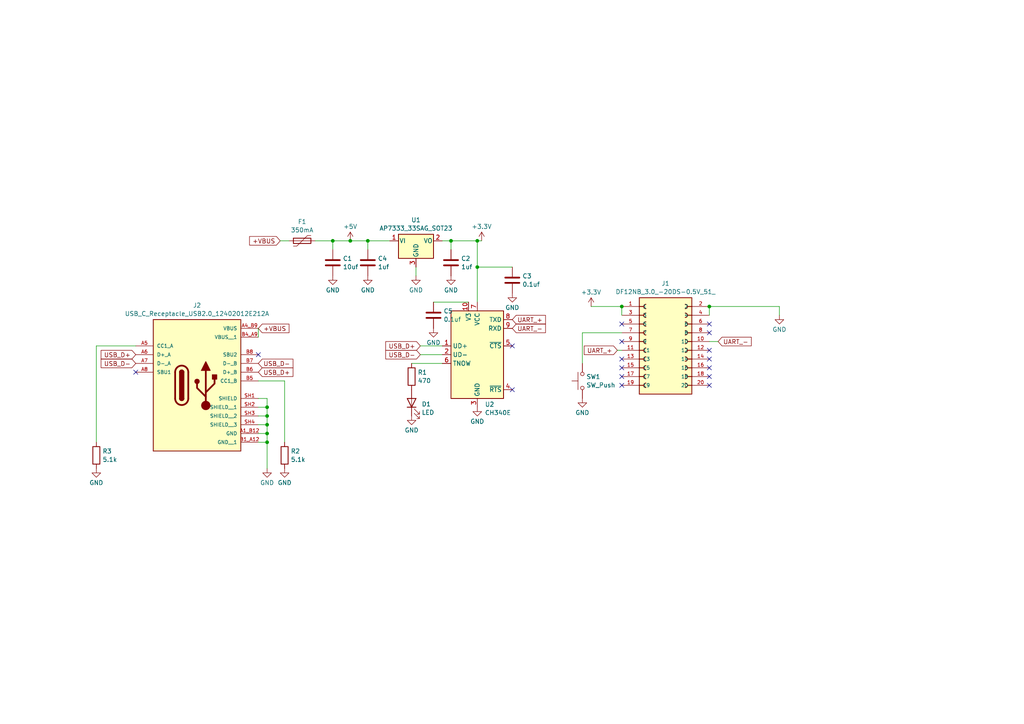
<source format=kicad_sch>
(kicad_sch (version 20230121) (generator eeschema)
  (paper "A4")
  (lib_symbols
    (symbol "Connector:USB_C_Receptacle_USB2.0_12402012E212A" (pin_names (offset 1.016))
      (property "Reference" "J" (at -12.7 13.462 0))
      (property "Value" "USB_C_Receptacle_USB2.0_12402012E212A" (at -12.7 -26.162 0))
      (symbol "USB_C_Receptacle_USB2.0_12402012E212A_0_0"
        (rectangle (start -12.7 -25.4) (end 12.7 12.7) (stroke (width 0.254)) (fill (type background)))
        (pin power_in line (at 17.78 -20.32 180) (length 5.08) (name "GND") (number "A1_B12"))
        (pin power_in line (at 17.78 10.16 180) (length 5.08) (name "VBUS") (number "A4_B9"))
        (pin bidirectional line (at -17.78 5.08 0) (length 5.08) (name "CC1_A") (number "A5"))
        (pin bidirectional line (at -17.78 2.54 0) (length 5.08) (name "D+_A") (number "A6"))
        (pin bidirectional line (at -17.78 0 0) (length 5.08) (name "D-_A") (number "A7"))
        (pin bidirectional line (at -17.78 -2.54 0) (length 5.08) (name "SBU1") (number "A8"))
        (pin power_in line (at 17.78 -22.86 180) (length 5.08) (name "GND__1") (number "B1_A12"))
        (pin power_in line (at 17.78 7.62 180) (length 5.08) (name "VBUS__1") (number "B4_A9"))
        (pin bidirectional line (at 17.78 -5.08 180) (length 5.08) (name "CC1_B") (number "B5"))
        (pin bidirectional line (at 17.78 -2.54 180) (length 5.08) (name "D+_B") (number "B6"))
        (pin bidirectional line (at 17.78 0 180) (length 5.08) (name "D-_B") (number "B7"))
        (pin bidirectional line (at 17.78 2.54 180) (length 5.08) (name "SBU2") (number "B8"))
        (pin passive line (at 17.78 -10.16 180) (length 5.08) (name "SHIELD") (number "SH1"))
        (pin passive line (at 17.78 -12.7 180) (length 5.08) (name "SHIELD__1") (number "SH2"))
        (pin passive line (at 17.78 -15.24 180) (length 5.08) (name "SHIELD__2") (number "SH3"))
        (pin passive line (at 17.78 -17.78 180) (length 5.08) (name "SHIELD__3") (number "SH4"))
      )
      (symbol "USB_C_Receptacle_USB2.0_12402012E212A_0_1"
        (arc (start -6.35 -10.16) (mid -4.445 -12.0567) (end -2.54 -10.16) (stroke (width 0.508)))
        (arc (start -5.08 -10.16) (mid -4.445 -10.7923) (end -3.81 -10.16) (stroke (width 0.254)))
        (arc (start -5.08 -10.16) (mid -4.445 -10.7923) (end -3.81 -10.16) (stroke (width 0.254)) (fill (type outline)))
        (rectangle (start -5.08 -10.16) (end -3.81 -2.54) (stroke (width 0.254)) (fill (type outline)))
        (arc (start -3.81 -2.54) (mid -4.445 -1.9077) (end -5.08 -2.54) (stroke (width 0.254)))
        (arc (start -3.81 -2.54) (mid -4.445 -1.9077) (end -5.08 -2.54) (stroke (width 0.254)) (fill (type outline)))
        (arc (start -2.54 -2.54) (mid -4.445 -0.6433) (end -6.35 -2.54) (stroke (width 0.508)))
        (circle (center 0 -5.207) (radius 0.635) (stroke (width 0.254)) (fill (type outline)))
        (polyline (pts (xy -6.35 -10.16) (xy -6.35 -2.54)) (stroke (width 0.508)))
        (polyline (pts (xy -2.54 -2.54) (xy -2.54 -10.16)) (stroke (width 0.508)))
        (polyline (pts (xy 2.54 -12.192) (xy 2.54 -2.032)) (stroke (width 0.508)))
        (polyline (pts (xy 2.54 -9.652) (xy 0 -7.112) (xy 0 -5.842)) (stroke (width 0.508)))
        (polyline (pts (xy 2.54 -8.382) (xy 5.08 -5.842) (xy 5.08 -4.572)) (stroke (width 0.508)))
        (polyline (pts (xy 1.27 -2.032) (xy 2.54 0.508) (xy 3.81 -2.032) (xy 1.27 -2.032)) (stroke (width 0.254)) (fill (type outline)))
        (circle (center 2.54 -12.192) (radius 1.27) (fill (type outline)))
        (rectangle (start 4.445 -4.572) (end 5.715 -3.302) (stroke (width 0.254)) (fill (type outline)))
      )
    )
    (symbol "DF12NC_3.0_-20DS-0.5V_51_:DF12NB_3.0_-20DS-0.5V_51_" (pin_names (offset 1.016))
      (property "Reference" "J" (at -8.12 15.24 0))
      (property "Value" "DF12NB_3.0_-20DS-0.5V_51_" (at -7.62 -15.24 0))
      (symbol "DF12NB_3.0_-20DS-0.5V_51__0_0"
        (rectangle (start -7.62 -12.7) (end 7.62 15.24) (stroke (width 0.254)) (fill (type background)))
        (arc (start -5.715 -9.525) (mid -6.3473 -10.16) (end -5.715 -10.795) (stroke (width 0.254)))
        (arc (start -5.715 -6.985) (mid -6.3473 -7.62) (end -5.715 -8.255) (stroke (width 0.254)))
        (arc (start -5.715 -4.445) (mid -6.3473 -5.08) (end -5.715 -5.715) (stroke (width 0.254)))
        (arc (start -5.715 -1.905) (mid -6.3473 -2.54) (end -5.715 -3.175) (stroke (width 0.254)))
        (arc (start -5.715 0.635) (mid -6.3473 0) (end -5.715 -0.635) (stroke (width 0.254)))
        (arc (start -5.715 3.175) (mid -6.3473 2.54) (end -5.715 1.905) (stroke (width 0.254)))
        (arc (start -5.715 5.715) (mid -6.3473 5.08) (end -5.715 4.445) (stroke (width 0.254)))
        (arc (start -5.715 8.255) (mid -6.3473 7.62) (end -5.715 6.985) (stroke (width 0.254)))
        (arc (start -5.715 10.795) (mid -6.3473 10.16) (end -5.715 9.525) (stroke (width 0.254)))
        (arc (start -5.715 13.335) (mid -6.3473 12.7) (end -5.715 12.065) (stroke (width 0.254)))
        (polyline (pts (xy -7.62 -10.16) (xy -6.35 -10.16)) (stroke (width 0.254)))
        (polyline (pts (xy -7.62 -7.62) (xy -6.35 -7.62)) (stroke (width 0.254)))
        (polyline (pts (xy -7.62 -5.08) (xy -6.35 -5.08)) (stroke (width 0.254)))
        (polyline (pts (xy -7.62 -2.54) (xy -6.35 -2.54)) (stroke (width 0.254)))
        (polyline (pts (xy -7.62 0) (xy -6.35 0)) (stroke (width 0.254)))
        (polyline (pts (xy -7.62 2.54) (xy -6.35 2.54)) (stroke (width 0.254)))
        (polyline (pts (xy -7.62 5.08) (xy -6.35 5.08)) (stroke (width 0.254)))
        (polyline (pts (xy -7.62 7.62) (xy -6.35 7.62)) (stroke (width 0.254)))
        (polyline (pts (xy -7.62 10.16) (xy -6.35 10.16)) (stroke (width 0.254)))
        (polyline (pts (xy -7.62 12.7) (xy -6.35 12.7)) (stroke (width 0.254)))
        (polyline (pts (xy 7.62 -10.16) (xy 6.35 -10.16)) (stroke (width 0.254)))
        (polyline (pts (xy 7.62 -7.62) (xy 6.35 -7.62)) (stroke (width 0.254)))
        (polyline (pts (xy 7.62 -5.08) (xy 6.35 -5.08)) (stroke (width 0.254)))
        (polyline (pts (xy 7.62 -2.54) (xy 6.35 -2.54)) (stroke (width 0.254)))
        (polyline (pts (xy 7.62 0) (xy 6.35 0)) (stroke (width 0.254)))
        (polyline (pts (xy 7.62 2.54) (xy 6.35 2.54)) (stroke (width 0.254)))
        (polyline (pts (xy 7.62 5.08) (xy 6.35 5.08)) (stroke (width 0.254)))
        (polyline (pts (xy 7.62 7.62) (xy 6.35 7.62)) (stroke (width 0.254)))
        (polyline (pts (xy 7.62 10.16) (xy 6.35 10.16)) (stroke (width 0.254)))
        (polyline (pts (xy 7.62 12.7) (xy 6.35 12.7)) (stroke (width 0.254)))
        (arc (start 5.715 -10.795) (mid 6.3473 -10.16) (end 5.715 -9.525) (stroke (width 0.254)))
        (arc (start 5.715 -8.255) (mid 6.3473 -7.62) (end 5.715 -6.985) (stroke (width 0.254)))
        (arc (start 5.715 -5.715) (mid 6.3473 -5.08) (end 5.715 -4.445) (stroke (width 0.254)))
        (arc (start 5.715 -3.175) (mid 6.3473 -2.54) (end 5.715 -1.905) (stroke (width 0.254)))
        (arc (start 5.715 -0.635) (mid 6.3473 0) (end 5.715 0.635) (stroke (width 0.254)))
        (arc (start 5.715 1.905) (mid 6.3473 2.54) (end 5.715 3.175) (stroke (width 0.254)))
        (arc (start 5.715 4.445) (mid 6.3473 5.08) (end 5.715 5.715) (stroke (width 0.254)))
        (arc (start 5.715 6.985) (mid 6.3473 7.62) (end 5.715 8.255) (stroke (width 0.254)))
        (arc (start 5.715 9.525) (mid 6.3473 10.16) (end 5.715 10.795) (stroke (width 0.254)))
        (arc (start 5.715 12.065) (mid 6.3473 12.7) (end 5.715 13.335) (stroke (width 0.254)))
        (pin passive line (at -12.7 12.7 0) (length 5.08) (name "1") (number "1"))
        (pin passive line (at 12.7 2.54 180) (length 5.08) (name "10") (number "10"))
        (pin passive line (at -12.7 0 0) (length 5.08) (name "11") (number "11"))
        (pin passive line (at 12.7 0 180) (length 5.08) (name "12") (number "12"))
        (pin passive line (at -12.7 -2.54 0) (length 5.08) (name "13") (number "13"))
        (pin passive line (at 12.7 -2.54 180) (length 5.08) (name "14") (number "14"))
        (pin passive line (at -12.7 -5.08 0) (length 5.08) (name "15") (number "15"))
        (pin passive line (at 12.7 -5.08 180) (length 5.08) (name "16") (number "16"))
        (pin passive line (at -12.7 -7.62 0) (length 5.08) (name "17") (number "17"))
        (pin passive line (at 12.7 -7.62 180) (length 5.08) (name "18") (number "18"))
        (pin passive line (at -12.7 -10.16 0) (length 5.08) (name "19") (number "19"))
        (pin passive line (at 12.7 12.7 180) (length 5.08) (name "2") (number "2"))
        (pin passive line (at 12.7 -10.16 180) (length 5.08) (name "20") (number "20"))
        (pin passive line (at -12.7 10.16 0) (length 5.08) (name "3") (number "3"))
        (pin passive line (at 12.7 10.16 180) (length 5.08) (name "4") (number "4"))
        (pin passive line (at -12.7 7.62 0) (length 5.08) (name "5") (number "5"))
        (pin passive line (at 12.7 7.62 180) (length 5.08) (name "6") (number "6"))
        (pin passive line (at -12.7 5.08 0) (length 5.08) (name "7") (number "7"))
        (pin passive line (at 12.7 5.08 180) (length 5.08) (name "8") (number "8"))
        (pin passive line (at -12.7 2.54 0) (length 5.08) (name "9") (number "9"))
      )
    )
    (symbol "Device:C" (pin_numbers hide) (pin_names (offset 0.254))
      (property "Reference" "C" (at 0.635 2.54 0))
      (property "Value" "C" (at 0.635 -2.54 0))
      (symbol "C_0_1"
        (polyline (pts (xy -2.032 -0.762) (xy 2.032 -0.762)) (stroke (width 0.508)))
        (polyline (pts (xy -2.032 0.762) (xy 2.032 0.762)) (stroke (width 0.508)))
      )
      (symbol "C_1_1"
        (pin passive line (at 0 3.81 270) (length 2.794) (name "~") (number "1"))
        (pin passive line (at 0 -3.81 90) (length 2.794) (name "~") (number "2"))
      )
    )
    (symbol "Device:LED" (pin_numbers hide) (pin_names (offset 1.016) hide)
      (property "Reference" "D" (at 0 2.54 0))
      (property "Value" "LED" (at 0 -2.54 0))
      (symbol "LED_0_1"
        (polyline (pts (xy -1.27 -1.27) (xy -1.27 1.27)) (stroke (width 0.254)))
        (polyline (pts (xy -1.27 0) (xy 1.27 0)))
        (polyline (pts (xy 1.27 -1.27) (xy 1.27 1.27) (xy -1.27 0) (xy 1.27 -1.27)) (stroke (width 0.254)))
        (polyline (pts (xy -3.048 -0.762) (xy -4.572 -2.286) (xy -3.81 -2.286) (xy -4.572 -2.286) (xy -4.572 -1.524)))
        (polyline (pts (xy -1.778 -0.762) (xy -3.302 -2.286) (xy -2.54 -2.286) (xy -3.302 -2.286) (xy -3.302 -1.524)))
      )
      (symbol "LED_1_1"
        (pin passive line (at -3.81 0 0) (length 2.54) (name "K") (number "1"))
        (pin passive line (at 3.81 0 180) (length 2.54) (name "A") (number "2"))
      )
    )
    (symbol "Device:Polyfuse" (pin_numbers hide) (pin_names (offset 0))
      (property "Reference" "F" (at -2.54 0 90))
      (property "Value" "Polyfuse" (at 2.54 0 90))
      (symbol "Polyfuse_0_1"
        (rectangle (start -0.762 2.54) (end 0.762 -2.54) (stroke (width 0.254)))
        (polyline (pts (xy 0 2.54) (xy 0 -2.54)))
        (polyline (pts (xy -1.524 2.54) (xy -1.524 1.524) (xy 1.524 -1.524) (xy 1.524 -2.54)))
      )
      (symbol "Polyfuse_1_1"
        (pin passive line (at 0 3.81 270) (length 1.27) (name "~") (number "1"))
        (pin passive line (at 0 -3.81 90) (length 1.27) (name "~") (number "2"))
      )
    )
    (symbol "Device:R" (pin_numbers hide) (pin_names (offset 0))
      (property "Reference" "R" (at 2.032 0 90))
      (property "Value" "R" (at 0 0 90))
      (symbol "R_0_1"
        (rectangle (start -1.016 -2.54) (end 1.016 2.54) (stroke (width 0.254)))
      )
      (symbol "R_1_1"
        (pin passive line (at 0 3.81 270) (length 1.27) (name "~") (number "1"))
        (pin passive line (at 0 -3.81 90) (length 1.27) (name "~") (number "2"))
      )
    )
    (symbol "Interface_USB:CH340E"
      (property "Reference" "U" (at -5.08 13.97 0))
      (property "Value" "CH340E" (at 1.27 13.97 0))
      (symbol "CH340E_0_1"
        (rectangle (start -7.62 12.7) (end 7.62 -12.7) (stroke (width 0.254)) (fill (type background)))
      )
      (symbol "CH340E_1_1"
        (pin bidirectional line (at -10.16 2.54 0) (length 2.54) (name "UD+") (number "1"))
        (pin passive line (at -2.54 15.24 270) (length 2.54) (name "V3") (number "10"))
        (pin bidirectional line (at -10.16 0 0) (length 2.54) (name "UD-") (number "2"))
        (pin power_in line (at 0 -15.24 90) (length 2.54) (name "GND") (number "3"))
        (pin output line (at 10.16 -10.16 180) (length 2.54) (name "~{RTS}") (number "4"))
        (pin input line (at 10.16 2.54 180) (length 2.54) (name "~{CTS}") (number "5"))
        (pin output line (at -10.16 -2.54 0) (length 2.54) (name "TNOW") (number "6"))
        (pin power_in line (at 0 15.24 270) (length 2.54) (name "VCC") (number "7"))
        (pin output line (at 10.16 10.16 180) (length 2.54) (name "TXD") (number "8"))
        (pin input line (at 10.16 7.62 180) (length 2.54) (name "RXD") (number "9"))
      )
    )
    (symbol "Regulator_Linear:AP7333_33SAG_SOT23" (pin_names (offset 0.254))
      (property "Reference" "U" (at 0 6.35 0))
      (property "Value" "AP7333_33SAG_SOT23" (at -10.16 3.81 0))
      (symbol "AP7333_33SAG_SOT23_0_1"
        (rectangle (start -5.08 1.905) (end 5.08 -5.08) (stroke (width 0.254)) (fill (type background)))
      )
      (symbol "AP7333_33SAG_SOT23_1_1"
        (pin power_in line (at -7.62 0 0) (length 2.54) (name "VI") (number "1"))
        (pin power_out line (at 7.62 0 180) (length 2.54) (name "VO") (number "2"))
        (pin power_in line (at 0 -7.62 90) (length 2.54) (name "GND") (number "3"))
      )
    )
    (symbol "Switch:SW_Push" (pin_numbers hide) (pin_names (offset 1.016) hide)
      (property "Reference" "SW" (at 1.27 2.54 0))
      (property "Value" "SW_Push" (at 0 -1.524 0))
      (symbol "SW_Push_0_1"
        (circle (center -2.032 0) (radius 0.508))
        (polyline (pts (xy 0 1.27) (xy 0 3.048)))
        (polyline (pts (xy 2.54 1.27) (xy -2.54 1.27)))
        (circle (center 2.032 0) (radius 0.508))
        (pin passive line (at -5.08 0 0) (length 2.54) (name "1") (number "1"))
        (pin passive line (at 5.08 0 180) (length 2.54) (name "2") (number "2"))
      )
    )
    (symbol "power:+3.3V" (power) (pin_names (offset 0))
      (property "Value" "+3.3V" (at 0 3.556 0))
      (symbol "+3.3V_0_1"
        (polyline (pts (xy -0.762 1.27) (xy 0 2.54)))
        (polyline (pts (xy 0 0) (xy 0 2.54)))
        (polyline (pts (xy 0 2.54) (xy 0.762 1.27)))
      )
      (symbol "+3.3V_1_1"
        (pin power_in line (at 0 0 90) (length 0) hide (name "+3.3V") (number "1"))
      )
    )
    (symbol "power:+5V" (power) (pin_names (offset 0))
      (property "Value" "+5V" (at 0 3.556 0))
      (symbol "+5V_0_1"
        (polyline (pts (xy -0.762 1.27) (xy 0 2.54)))
        (polyline (pts (xy 0 0) (xy 0 2.54)))
        (polyline (pts (xy 0 2.54) (xy 0.762 1.27)))
      )
      (symbol "+5V_1_1"
        (pin power_in line (at 0 0 90) (length 0) hide (name "+5V") (number "1"))
      )
    )
    (symbol "power:GND" (power) (pin_names (offset 0))
      (property "Value" "GND" (at 0 -3.81 0))
      (symbol "GND_0_1"
        (polyline (pts (xy 0 0) (xy 0 -1.27) (xy 1.27 -1.27) (xy 0 -2.54) (xy -1.27 -1.27) (xy 0 -1.27)))
      )
      (symbol "GND_1_1"
        (pin power_in line (at 0 0 270) (length 0) hide (name "GND") (number "1"))
      )
    )
  )
  (junction (at 106.68 69.85))
  (junction (at 138.43 77.47))
  (junction (at 96.52 69.85))
  (junction (at 138.43 69.85))
  (junction (at 77.47 123.19))
  (junction (at 77.47 120.65))
  (junction (at 77.47 128.27))
  (junction (at 77.47 118.11))
  (junction (at 101.6 69.85))
  (junction (at 180.34 88.9))
  (junction (at 130.81 69.85))
  (junction (at 77.47 125.73))
  (junction (at 205.74 88.9))
  (no_connect (at 180.34 111.76))
  (no_connect (at 180.34 93.98))
  (no_connect (at 180.34 109.22))
  (no_connect (at 205.74 96.52))
  (no_connect (at 148.59 113.03))
  (no_connect (at 180.34 104.14))
  (no_connect (at 205.74 109.22))
  (no_connect (at 180.34 99.06))
  (no_connect (at 205.74 104.14))
  (no_connect (at 39.37 107.95))
  (no_connect (at 205.74 101.6))
  (no_connect (at 180.34 106.68))
  (no_connect (at 205.74 93.98))
  (no_connect (at 148.59 100.33))
  (no_connect (at 205.74 106.68))
  (no_connect (at 74.93 102.87))
  (no_connect (at 205.74 111.76))
  (wire (pts (xy 148.59 77.47) (xy 138.43 77.47)))
  (wire (pts (xy 77.47 128.27) (xy 74.93 128.27)))
  (wire (pts (xy 74.93 118.11) (xy 77.47 118.11)))
  (wire (pts (xy 128.27 69.85) (xy 130.81 69.85)))
  (wire (pts (xy 171.45 88.9) (xy 180.34 88.9)))
  (wire (pts (xy 130.81 69.85) (xy 138.43 69.85)))
  (wire (pts (xy 106.68 69.85) (xy 113.03 69.85)))
  (wire (pts (xy 125.73 87.63) (xy 135.89 87.63)))
  (wire (pts (xy 106.68 69.85) (xy 106.68 72.39)))
  (wire (pts (xy 119.38 105.41) (xy 128.27 105.41)))
  (wire (pts (xy 101.6 69.85) (xy 106.68 69.85)))
  (wire (pts (xy 77.47 120.65) (xy 77.47 123.19)))
  (wire (pts (xy 138.43 77.47) (xy 138.43 87.63)))
  (wire (pts (xy 77.47 125.73) (xy 77.47 128.27)))
  (wire (pts (xy 74.93 95.25) (xy 74.93 97.79)))
  (wire (pts (xy 208.28 99.06) (xy 205.74 99.06)))
  (wire (pts (xy 120.65 77.47) (xy 120.65 80.01)))
  (wire (pts (xy 74.93 123.19) (xy 77.47 123.19)))
  (wire (pts (xy 205.74 88.9) (xy 226.06 88.9)))
  (wire (pts (xy 77.47 128.27) (xy 77.47 135.89)))
  (wire (pts (xy 74.93 125.73) (xy 77.47 125.73)))
  (wire (pts (xy 27.94 100.33) (xy 27.94 128.27)))
  (wire (pts (xy 82.55 110.49) (xy 74.93 110.49)))
  (wire (pts (xy 180.34 91.44) (xy 180.34 88.9)))
  (wire (pts (xy 82.55 128.27) (xy 82.55 110.49)))
  (wire (pts (xy 96.52 69.85) (xy 96.52 72.39)))
  (wire (pts (xy 121.92 100.33) (xy 128.27 100.33)))
  (wire (pts (xy 180.34 96.52) (xy 168.91 96.52)))
  (wire (pts (xy 96.52 69.85) (xy 101.6 69.85)))
  (wire (pts (xy 74.93 120.65) (xy 77.47 120.65)))
  (wire (pts (xy 179.07 101.6) (xy 180.34 101.6)))
  (wire (pts (xy 77.47 123.19) (xy 77.47 125.73)))
  (wire (pts (xy 130.81 72.39) (xy 130.81 69.85)))
  (wire (pts (xy 81.28 69.85) (xy 83.82 69.85)))
  (wire (pts (xy 226.06 88.9) (xy 226.06 91.44)))
  (wire (pts (xy 77.47 115.57) (xy 77.47 118.11)))
  (wire (pts (xy 77.47 118.11) (xy 77.47 120.65)))
  (wire (pts (xy 138.43 69.85) (xy 138.43 77.47)))
  (wire (pts (xy 205.74 88.9) (xy 205.74 91.44)))
  (wire (pts (xy 39.37 100.33) (xy 27.94 100.33)))
  (wire (pts (xy 138.43 69.85) (xy 139.7 69.85)))
  (wire (pts (xy 121.92 102.87) (xy 128.27 102.87)))
  (wire (pts (xy 168.91 96.52) (xy 168.91 105.41)))
  (wire (pts (xy 74.93 115.57) (xy 77.47 115.57)))
  (wire (pts (xy 91.44 69.85) (xy 96.52 69.85)))
  (global_label "UART_-" (shape input) (at 148.59 95.25 0) (property "Intersheetrefs" "${INTERSHEET_REFS}" (effects hide)))
  (global_label "USB_D-" (shape input) (at 74.93 105.41 0) (property "Intersheetrefs" "${INTERSHEET_REFS}" (effects hide)))
  (global_label "USB_D+" (shape input) (at 39.37 102.87 180) (property "Intersheetrefs" "${INTERSHEET_REFS}" (effects hide)))
  (global_label "USB_D+" (shape input) (at 121.92 100.33 180) (property "Intersheetrefs" "${INTERSHEET_REFS}" (effects hide)))
  (global_label "UART_+" (shape input) (at 179.07 101.6 180) (property "Intersheetrefs" "${INTERSHEET_REFS}" (effects hide)))
  (global_label "+VBUS" (shape input) (at 81.28 69.85 180) (property "Intersheetrefs" "${INTERSHEET_REFS}" (effects hide)))
  (global_label "USB_D-" (shape input) (at 39.37 105.41 180) (property "Intersheetrefs" "${INTERSHEET_REFS}" (effects hide)))
  (global_label "USB_D+" (shape input) (at 74.93 107.95 0) (property "Intersheetrefs" "${INTERSHEET_REFS}" (effects hide)))
  (global_label "USB_D-" (shape input) (at 121.92 102.87 180) (property "Intersheetrefs" "${INTERSHEET_REFS}" (effects hide)))
  (global_label "UART_+" (shape input) (at 148.59 92.71 0) (property "Intersheetrefs" "${INTERSHEET_REFS}" (effects hide)))
  (global_label "UART_-" (shape input) (at 208.28 99.06 0) (property "Intersheetrefs" "${INTERSHEET_REFS}" (effects hide)))
  (global_label "+VBUS" (shape input) (at 74.93 95.25 0) (property "Intersheetrefs" "${INTERSHEET_REFS}" (effects hide)))
  (symbol (lib_id "power:GND") (at 148.59 85.09 0) (unit 1)
    (property "Reference" "#PWR013" (effects hide))
    (property "Value" "GND" (at 148.59 89.2231 0))
  )
  (symbol (lib_id "Device:R") (at 82.55 132.08 0) (unit 1)
    (property "Reference" "R2" (at 84.328 130.8679 0) (effects (justify left)))
    (property "Value" "5.1k" (at 84.328 133.2921 0) (effects (justify left)))
    (property "Footprint" "Resistor_SMD:R_0402_1005Metric_Pad0.72x0.64mm_HandSolder" (effects hide))
  )
  (symbol (lib_id "power:+3.3V") (at 139.7 69.85 0) (unit 1)
    (property "Reference" "#PWR01" (effects hide))
    (property "Value" "+3.3V" (at 139.7 65.7169 0))
  )
  (symbol (lib_id "power:+5V") (at 101.6 69.85 0) (unit 1)
    (property "Reference" "#PWR012" (effects hide))
    (property "Value" "+5V" (at 101.6 65.7169 0))
  )
  (symbol (lib_id "Device:C") (at 96.52 76.2 0) (unit 1)
    (property "Reference" "C1" (at 99.441 74.9879 0) (effects (justify left)))
    (property "Value" "10uf" (at 99.441 77.4121 0) (effects (justify left)))
    (property "Footprint" "Capacitor_SMD:C_0603_1608Metric_Pad1.08x0.95mm_HandSolder" (effects hide))
  )
  (symbol (lib_id "power:GND") (at 27.94 135.89 0) (unit 1)
    (property "Reference" "#PWR04" (effects hide))
    (property "Value" "GND" (at 27.94 140.0231 0))
  )
  (symbol (lib_id "Device:C") (at 148.59 81.28 0) (unit 1)
    (property "Reference" "C3" (at 151.511 80.0679 0) (effects (justify left)))
    (property "Value" "0.1uf" (at 151.511 82.4921 0) (effects (justify left)))
    (property "Footprint" "Capacitor_SMD:C_0402_1005Metric_Pad0.74x0.62mm_HandSolder" (effects hide))
  )
  (symbol (lib_id "power:GND") (at 125.73 95.25 0) (unit 1)
    (property "Reference" "#PWR011" (effects hide))
    (property "Value" "GND" (at 125.73 99.3831 0))
  )
  (symbol (lib_id "Device:C") (at 106.68 76.2 0) (unit 1)
    (property "Reference" "C4" (at 109.601 74.9879 0) (effects (justify left)))
    (property "Value" "1uf" (at 109.601 77.4121 0) (effects (justify left)))
    (property "Footprint" "Capacitor_SMD:C_0402_1005Metric_Pad0.74x0.62mm_HandSolder" (effects hide))
  )
  (symbol (lib_id "Device:R") (at 27.94 132.08 0) (unit 1)
    (property "Reference" "R3" (at 29.718 130.8679 0) (effects (justify left)))
    (property "Value" "5.1k" (at 29.718 133.2921 0) (effects (justify left)))
    (property "Footprint" "Resistor_SMD:R_0402_1005Metric_Pad0.72x0.64mm_HandSolder" (effects hide))
  )
  (symbol (lib_id "Connector:USB_C_Receptacle_USB2.0_12402012E212A") (at 57.15 105.41 0) (unit 1)
    (property "Reference" "J2" (at 57.15 88.5657 0))
    (property "Value" "USB_C_Receptacle_USB2.0_12402012E212A" (at 57.15 90.9899 0))
    (property "Footprint" "12402012E212A:AMPHENOL_12402012E212A" (effects hide))
    (property "PARTREV" "4" (effects hide))
    (property "STANDARD" "Manufacturer Recommendations" (effects hide))
    (property "MAXIMUM_PACKAGE_HEIGHT" "3.26 mm" (effects hide))
    (property "MANUFACTURER" "Amphenol" (effects hide))
  )
  (symbol (lib_id "DF12NC_3.0_-20DS-0.5V_51_:DF12NB_3.0_-20DS-0.5V_51_") (at 193.04 101.6 0) (unit 1)
    (property "Reference" "J1" (at 193.04 82.2157 0))
    (property "Value" "DF12NB_3.0_-20DS-0.5V_51_" (at 193.04 84.6399 0))
    (property "Footprint" "DF12NB_3.0_-20DS-0.5V_51_:HRS_DF12NB_3.0_-20DS-0.5V_51_" (effects hide))
    (property "MANUFACTURER" "HRS" (effects hide))
  )
  (symbol (lib_id "Device:C") (at 125.73 91.44 0) (unit 1)
    (property "Reference" "C5" (at 128.651 90.2279 0) (effects (justify left)))
    (property "Value" "0.1uf" (at 128.651 92.6521 0) (effects (justify left)))
    (property "Footprint" "Capacitor_SMD:C_0402_1005Metric_Pad0.74x0.62mm_HandSolder" (effects hide))
  )
  (symbol (lib_id "power:GND") (at 138.43 118.11 0) (unit 1)
    (property "Reference" "#PWR06" (effects hide))
    (property "Value" "GND" (at 138.43 122.2431 0))
  )
  (symbol (lib_id "power:+3.3V") (at 171.45 88.9 0) (unit 1)
    (property "Reference" "#PWR016" (effects hide))
    (property "Value" "+3.3V" (at 171.45 84.7669 0))
  )
  (symbol (lib_id "Device:Polyfuse") (at 87.63 69.85 90) (unit 1)
    (property "Reference" "F1" (at 87.63 64.3087 90))
    (property "Value" "350mA" (at 87.63 66.7329 90))
    (property "Footprint" "Capacitor_SMD:C_0603_1608Metric_Pad1.08x0.95mm_HandSolder" (effects hide))
  )
  (symbol (lib_id "power:GND") (at 77.47 135.89 0) (unit 1)
    (property "Reference" "#PWR05" (effects hide))
    (property "Value" "GND" (at 77.47 140.0231 0))
  )
  (symbol (lib_id "Device:LED") (at 119.38 116.84 90) (unit 1)
    (property "Reference" "D1" (at 122.301 117.2154 90) (effects (justify right)))
    (property "Value" "LED" (at 122.301 119.6396 90) (effects (justify right)))
    (property "Footprint" "LED_SMD:LED_0603_1608Metric_Pad1.05x0.95mm_HandSolder" (effects hide))
  )
  (symbol (lib_id "power:GND") (at 120.65 80.01 0) (unit 1)
    (property "Reference" "#PWR09" (effects hide))
    (property "Value" "GND" (at 120.65 84.1431 0))
  )
  (symbol (lib_id "power:GND") (at 226.06 91.44 0) (unit 1)
    (property "Reference" "#PWR014" (effects hide))
    (property "Value" "GND" (at 226.06 95.5731 0))
  )
  (symbol (lib_id "power:GND") (at 96.52 80.01 0) (unit 1)
    (property "Reference" "#PWR02" (effects hide))
    (property "Value" "GND" (at 96.52 84.1431 0))
  )
  (symbol (lib_id "Interface_USB:CH340E") (at 138.43 102.87 0) (unit 1)
    (property "Reference" "U2" (at 140.6241 117.2901 0) (effects (justify left)))
    (property "Value" "CH340E" (at 140.6241 119.7143 0) (effects (justify left)))
    (property "Footprint" "Package_SO:MSOP-10_3x3mm_P0.5mm" (effects hide))
    (property "Datasheet" "https://www.mpja.com/download/35227cpdata.pdf" (effects hide))
  )
  (symbol (lib_id "power:GND") (at 130.81 80.01 0) (unit 1)
    (property "Reference" "#PWR010" (effects hide))
    (property "Value" "GND" (at 130.81 84.1431 0))
  )
  (symbol (lib_id "Device:C") (at 130.81 76.2 0) (unit 1)
    (property "Reference" "C2" (at 133.731 74.9879 0) (effects (justify left)))
    (property "Value" "1uf" (at 133.731 77.4121 0) (effects (justify left)))
    (property "Footprint" "Capacitor_SMD:C_0402_1005Metric_Pad0.74x0.62mm_HandSolder" (effects hide))
  )
  (symbol (lib_id "Device:R") (at 119.38 109.22 0) (unit 1)
    (property "Reference" "R1" (at 121.158 108.0079 0) (effects (justify left)))
    (property "Value" "470" (at 121.158 110.4321 0) (effects (justify left)))
    (property "Footprint" "Resistor_SMD:R_0402_1005Metric_Pad0.72x0.64mm_HandSolder" (effects hide))
  )
  (symbol (lib_id "power:GND") (at 82.55 135.89 0) (unit 1)
    (property "Reference" "#PWR03" (effects hide))
    (property "Value" "GND" (at 82.55 140.0231 0))
  )
  (symbol (lib_id "power:GND") (at 119.38 120.65 0) (unit 1)
    (property "Reference" "#PWR07" (effects hide))
    (property "Value" "GND" (at 119.38 124.7831 0))
  )
  (symbol (lib_id "Switch:SW_Push") (at 168.91 110.49 90) (unit 1)
    (property "Reference" "SW1" (at 170.053 109.2779 90) (effects (justify right)))
    (property "Value" "SW_Push" (at 170.053 111.7021 90) (effects (justify right)))
    (property "Footprint" "Button_Switch_SMD:TS-1187A-B-A-B" (effects hide))
  )
  (symbol (lib_id "power:GND") (at 106.68 80.01 0) (unit 1)
    (property "Reference" "#PWR08" (effects hide))
    (property "Value" "GND" (at 106.68 84.1431 0))
  )
  (symbol (lib_id "power:GND") (at 168.91 115.57 0) (unit 1)
    (property "Reference" "#PWR015" (effects hide))
    (property "Value" "GND" (at 168.91 119.7031 0))
  )
  (symbol (lib_id "Regulator_Linear:AP7333_33SAG_SOT23") (at 120.65 69.85 0) (unit 1)
    (property "Reference" "U1" (at 120.65 63.8007 0))
    (property "Value" "AP7333_33SAG_SOT23" (at 120.65 66.2249 0))
    (property "Footprint" "Package_TO_SOT_SMD:SOT-23" (effects hide))
    (property "Datasheet" "http://www.tme.eu/fr/Document/ced3461ed31ea70a3c416fb648e0cde7/APE8865-3.pdf" (effects hide))
  )
)
</source>
